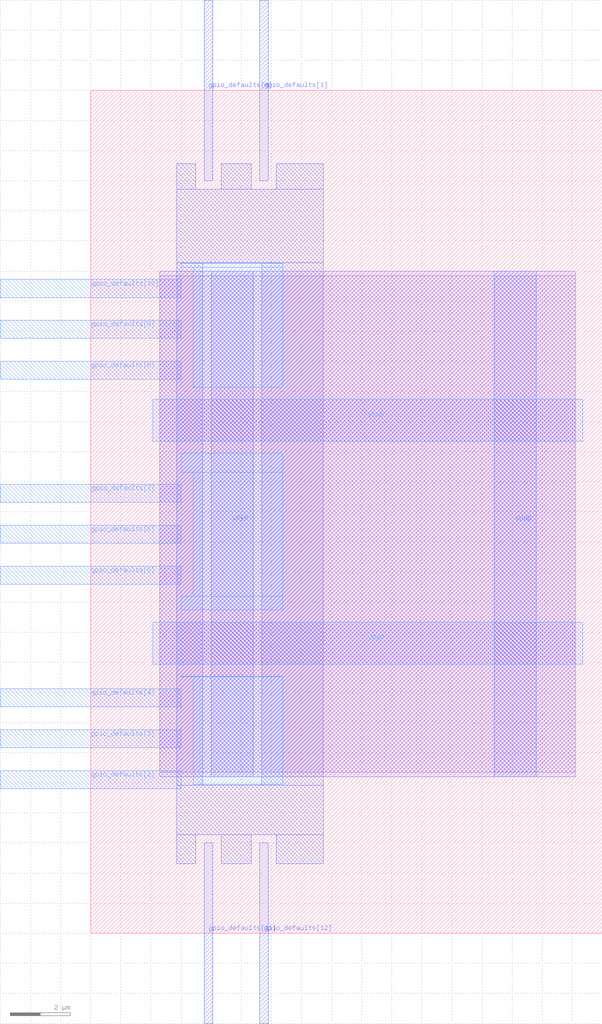
<source format=lef>
VERSION 5.7 ;
  NOWIREEXTENSIONATPIN ON ;
  DIVIDERCHAR "/" ;
  BUSBITCHARS "[]" ;
MACRO gpio_defaults_block
  CLASS BLOCK ;
  FOREIGN gpio_defaults_block ;
  ORIGIN 0.000 0.000 ;
  SIZE 17.000 BY 28.000 ;
  PIN VGND
    DIRECTION INOUT ;
    USE GROUND ;
    PORT
      LAYER met2 ;
        RECT 13.400 5.200 14.800 22.000 ;
    END
    PORT
      LAYER met3 ;
        RECT 2.060 16.340 16.340 17.740 ;
    END
  END VGND
  PIN VPWR
    DIRECTION INOUT ;
    USE POWER ;
    PORT
      LAYER met2 ;
        RECT 4.000 5.200 5.400 22.000 ;
    END
    PORT
      LAYER met3 ;
        RECT 2.060 8.940 16.340 10.340 ;
    END
  END VPWR
  PIN gpio_defaults[0]
    DIRECTION OUTPUT TRISTATE ;
    USE SIGNAL ;
    PORT
      LAYER met2 ;
        RECT 3.770 25.000 4.050 31.000 ;
    END
  END gpio_defaults[0]
  PIN gpio_defaults[10]
    DIRECTION OUTPUT TRISTATE ;
    USE SIGNAL ;
    PORT
      LAYER met3 ;
        RECT -3.000 21.120 3.000 21.720 ;
    END
  END gpio_defaults[10]
  PIN gpio_defaults[11]
    DIRECTION OUTPUT TRISTATE ;
    USE SIGNAL ;
    PORT
      LAYER met2 ;
        RECT 3.770 -3.000 4.050 3.000 ;
    END
  END gpio_defaults[11]
  PIN gpio_defaults[12]
    DIRECTION OUTPUT TRISTATE ;
    USE SIGNAL ;
    PORT
      LAYER met2 ;
        RECT 5.610 -3.000 5.890 3.000 ;
    END
  END gpio_defaults[12]
  PIN gpio_defaults[1]
    DIRECTION OUTPUT TRISTATE ;
    USE SIGNAL ;
    PORT
      LAYER met2 ;
        RECT 5.610 25.000 5.890 31.000 ;
    END
  END gpio_defaults[1]
  PIN gpio_defaults[2]
    DIRECTION OUTPUT TRISTATE ;
    USE SIGNAL ;
    PORT
      LAYER met3 ;
        RECT -3.000 4.800 3.000 5.400 ;
    END
  END gpio_defaults[2]
  PIN gpio_defaults[3]
    DIRECTION OUTPUT TRISTATE ;
    USE SIGNAL ;
    PORT
      LAYER met3 ;
        RECT -3.000 6.160 3.000 6.760 ;
    END
  END gpio_defaults[3]
  PIN gpio_defaults[4]
    DIRECTION OUTPUT TRISTATE ;
    USE SIGNAL ;
    PORT
      LAYER met3 ;
        RECT -3.000 7.520 3.000 8.120 ;
    END
  END gpio_defaults[4]
  PIN gpio_defaults[5]
    DIRECTION OUTPUT TRISTATE ;
    USE SIGNAL ;
    PORT
      LAYER met3 ;
        RECT -3.000 11.600 3.000 12.200 ;
    END
  END gpio_defaults[5]
  PIN gpio_defaults[6]
    DIRECTION OUTPUT TRISTATE ;
    USE SIGNAL ;
    PORT
      LAYER met3 ;
        RECT -3.000 12.960 3.000 13.560 ;
    END
  END gpio_defaults[6]
  PIN gpio_defaults[7]
    DIRECTION OUTPUT TRISTATE ;
    USE SIGNAL ;
    PORT
      LAYER met3 ;
        RECT -3.000 14.320 3.000 14.920 ;
    END
  END gpio_defaults[7]
  PIN gpio_defaults[8]
    DIRECTION OUTPUT TRISTATE ;
    USE SIGNAL ;
    PORT
      LAYER met3 ;
        RECT -3.000 18.400 3.000 19.000 ;
    END
  END gpio_defaults[8]
  PIN gpio_defaults[9]
    DIRECTION OUTPUT TRISTATE ;
    USE SIGNAL ;
    PORT
      LAYER met3 ;
        RECT -3.000 19.760 3.000 20.360 ;
    END
  END gpio_defaults[9]
  OBS
      LAYER li1 ;
        RECT 2.300 5.355 16.100 21.845 ;
      LAYER met1 ;
        RECT 2.300 5.200 16.100 22.000 ;
      LAYER met2 ;
        RECT 2.860 24.720 3.490 25.570 ;
        RECT 4.330 24.720 5.330 25.570 ;
        RECT 6.170 24.720 7.720 25.570 ;
        RECT 2.860 22.280 7.720 24.720 ;
        RECT 2.860 4.920 3.720 22.280 ;
        RECT 5.680 4.920 7.720 22.280 ;
        RECT 2.860 3.280 7.720 4.920 ;
        RECT 2.860 2.310 3.490 3.280 ;
        RECT 4.330 2.310 5.330 3.280 ;
        RECT 6.170 2.310 7.720 3.280 ;
      LAYER met3 ;
        RECT 3.000 22.120 6.375 22.265 ;
        RECT 3.400 18.140 6.375 22.120 ;
        RECT 3.000 15.320 6.375 15.940 ;
        RECT 3.400 11.200 6.375 15.320 ;
        RECT 3.000 10.740 6.375 11.200 ;
        RECT 3.000 8.520 6.375 8.540 ;
        RECT 3.400 4.950 6.375 8.520 ;
  END
END gpio_defaults_block
END LIBRARY


</source>
